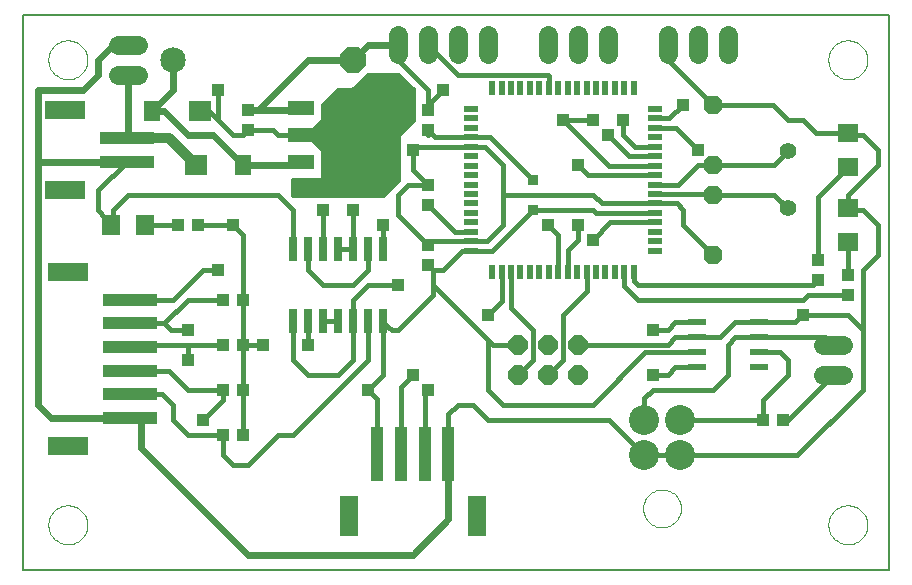
<source format=gtl>
G75*
G70*
%OFA0B0*%
%FSLAX24Y24*%
%IPPOS*%
%LPD*%
%AMOC8*
5,1,8,0,0,1.08239X$1,22.5*
%
%ADD10C,0.0080*%
%ADD11C,0.0560*%
%ADD12OC8,0.0630*%
%ADD13R,0.0394X0.0433*%
%ADD14R,0.0630X0.0710*%
%ADD15C,0.0640*%
%ADD16OC8,0.0640*%
%ADD17R,0.0520X0.0661*%
%ADD18R,0.0728X0.0661*%
%ADD19R,0.0425X0.0413*%
%ADD20C,0.0850*%
%ADD21OC8,0.0850*%
%ADD22R,0.0470X0.0220*%
%ADD23R,0.0220X0.0470*%
%ADD24R,0.0630X0.0236*%
%ADD25C,0.1000*%
%ADD26C,0.0000*%
%ADD27R,0.0260X0.0800*%
%ADD28R,0.0880X0.0480*%
%ADD29R,0.0866X0.1417*%
%ADD30R,0.1811X0.0394*%
%ADD31R,0.1339X0.0630*%
%ADD32R,0.0394X0.1811*%
%ADD33R,0.0630X0.1339*%
%ADD34R,0.0710X0.0630*%
%ADD35R,0.0433X0.0394*%
%ADD36C,0.0160*%
%ADD37R,0.0396X0.0396*%
%ADD38C,0.0240*%
%ADD39C,0.0320*%
%ADD40C,0.0396*%
%ADD41R,0.0360X0.0360*%
D10*
X000302Y000141D02*
X000302Y018637D01*
X029172Y018637D01*
X029172Y000141D01*
X000302Y000141D01*
D11*
X025802Y012191D03*
X025802Y014091D03*
D12*
X023302Y013641D03*
X023302Y012641D03*
X023302Y010641D03*
X023302Y015641D03*
D13*
X007637Y009141D03*
X006968Y009141D03*
X006968Y007641D03*
X007637Y007641D03*
X007637Y006141D03*
X006968Y006141D03*
X006968Y004641D03*
X007637Y004641D03*
X006137Y011641D03*
X005468Y011641D03*
X024968Y005141D03*
X025637Y005141D03*
D14*
X004362Y011641D03*
X003243Y011641D03*
D15*
X003482Y016641D02*
X004122Y016641D01*
X004122Y017641D02*
X003482Y017641D01*
X012802Y017321D02*
X012802Y017961D01*
X013802Y017961D02*
X013802Y017321D01*
X014802Y017321D02*
X014802Y017961D01*
X015802Y017961D02*
X015802Y017321D01*
X017802Y017321D02*
X017802Y017961D01*
X018802Y017961D02*
X018802Y017321D01*
X019802Y017321D02*
X019802Y017961D01*
X021802Y017961D02*
X021802Y017321D01*
X022802Y017321D02*
X022802Y017961D01*
X023802Y017961D02*
X023802Y017321D01*
X026982Y007641D02*
X027622Y007641D01*
X027622Y006641D02*
X026982Y006641D01*
D16*
X018802Y006641D03*
X017802Y006641D03*
X016802Y006641D03*
X016802Y007641D03*
X017802Y007641D03*
X018802Y007641D03*
D17*
X007637Y013641D03*
X004618Y015441D03*
D18*
X006189Y015441D03*
X006066Y013641D03*
D19*
X007802Y014797D03*
X007802Y015486D03*
X013802Y015486D03*
X013802Y014797D03*
X013802Y012986D03*
X013802Y012297D03*
X013802Y010986D03*
X013802Y010297D03*
D20*
X005302Y017141D03*
D21*
X011302Y017141D03*
D22*
X015231Y015503D03*
X015231Y015188D03*
X015231Y014873D03*
X015231Y014558D03*
X015231Y014243D03*
X015231Y013929D03*
X015231Y013614D03*
X015231Y013299D03*
X015231Y012984D03*
X015231Y012669D03*
X015231Y012354D03*
X015231Y012039D03*
X015231Y011724D03*
X015231Y011409D03*
X015231Y011094D03*
X015231Y010779D03*
X021373Y010779D03*
X021373Y011094D03*
X021373Y011409D03*
X021373Y011724D03*
X021373Y012039D03*
X021373Y012354D03*
X021373Y012669D03*
X021373Y012984D03*
X021373Y013299D03*
X021373Y013614D03*
X021373Y013929D03*
X021373Y014243D03*
X021373Y014558D03*
X021373Y014873D03*
X021373Y015188D03*
X021373Y015503D03*
D23*
X020665Y016212D03*
X020350Y016212D03*
X020035Y016212D03*
X019720Y016212D03*
X019405Y016212D03*
X019090Y016212D03*
X018775Y016212D03*
X018460Y016212D03*
X018145Y016212D03*
X017830Y016212D03*
X017515Y016212D03*
X017200Y016212D03*
X016885Y016212D03*
X016570Y016212D03*
X016255Y016212D03*
X015940Y016212D03*
X015940Y010070D03*
X016255Y010070D03*
X016570Y010070D03*
X016885Y010070D03*
X017200Y010070D03*
X017515Y010070D03*
X017830Y010070D03*
X018145Y010070D03*
X018460Y010070D03*
X018775Y010070D03*
X019090Y010070D03*
X019405Y010070D03*
X019720Y010070D03*
X020035Y010070D03*
X020350Y010070D03*
X020665Y010070D03*
D24*
X022779Y008391D03*
X022779Y007891D03*
X022779Y007391D03*
X022779Y006891D03*
X024826Y006891D03*
X024826Y007391D03*
X024826Y007891D03*
X024826Y008391D03*
D25*
X022196Y005141D03*
X021015Y005141D03*
X021015Y003960D03*
X022196Y003960D03*
D26*
X020976Y002188D02*
X020978Y002238D01*
X020984Y002288D01*
X020994Y002337D01*
X021008Y002385D01*
X021025Y002432D01*
X021046Y002477D01*
X021071Y002521D01*
X021099Y002562D01*
X021131Y002601D01*
X021165Y002638D01*
X021202Y002672D01*
X021242Y002702D01*
X021284Y002729D01*
X021328Y002753D01*
X021374Y002774D01*
X021421Y002790D01*
X021469Y002803D01*
X021519Y002812D01*
X021568Y002817D01*
X021619Y002818D01*
X021669Y002815D01*
X021718Y002808D01*
X021767Y002797D01*
X021815Y002782D01*
X021861Y002764D01*
X021906Y002742D01*
X021949Y002716D01*
X021990Y002687D01*
X022029Y002655D01*
X022065Y002620D01*
X022097Y002582D01*
X022127Y002542D01*
X022154Y002499D01*
X022177Y002455D01*
X022196Y002409D01*
X022212Y002361D01*
X022224Y002312D01*
X022232Y002263D01*
X022236Y002213D01*
X022236Y002163D01*
X022232Y002113D01*
X022224Y002064D01*
X022212Y002015D01*
X022196Y001967D01*
X022177Y001921D01*
X022154Y001877D01*
X022127Y001834D01*
X022097Y001794D01*
X022065Y001756D01*
X022029Y001721D01*
X021990Y001689D01*
X021949Y001660D01*
X021906Y001634D01*
X021861Y001612D01*
X021815Y001594D01*
X021767Y001579D01*
X021718Y001568D01*
X021669Y001561D01*
X021619Y001558D01*
X021568Y001559D01*
X021519Y001564D01*
X021469Y001573D01*
X021421Y001586D01*
X021374Y001602D01*
X021328Y001623D01*
X021284Y001647D01*
X021242Y001674D01*
X021202Y001704D01*
X021165Y001738D01*
X021131Y001775D01*
X021099Y001814D01*
X021071Y001855D01*
X021046Y001899D01*
X021025Y001944D01*
X021008Y001991D01*
X020994Y002039D01*
X020984Y002088D01*
X020978Y002138D01*
X020976Y002188D01*
X027152Y001641D02*
X027154Y001691D01*
X027160Y001741D01*
X027170Y001791D01*
X027183Y001839D01*
X027200Y001887D01*
X027221Y001933D01*
X027245Y001977D01*
X027273Y002019D01*
X027304Y002059D01*
X027338Y002096D01*
X027375Y002131D01*
X027414Y002162D01*
X027455Y002191D01*
X027499Y002216D01*
X027545Y002238D01*
X027592Y002256D01*
X027640Y002270D01*
X027689Y002281D01*
X027739Y002288D01*
X027789Y002291D01*
X027840Y002290D01*
X027890Y002285D01*
X027940Y002276D01*
X027988Y002264D01*
X028036Y002247D01*
X028082Y002227D01*
X028127Y002204D01*
X028170Y002177D01*
X028210Y002147D01*
X028248Y002114D01*
X028283Y002078D01*
X028316Y002039D01*
X028345Y001998D01*
X028371Y001955D01*
X028394Y001910D01*
X028413Y001863D01*
X028428Y001815D01*
X028440Y001766D01*
X028448Y001716D01*
X028452Y001666D01*
X028452Y001616D01*
X028448Y001566D01*
X028440Y001516D01*
X028428Y001467D01*
X028413Y001419D01*
X028394Y001372D01*
X028371Y001327D01*
X028345Y001284D01*
X028316Y001243D01*
X028283Y001204D01*
X028248Y001168D01*
X028210Y001135D01*
X028170Y001105D01*
X028127Y001078D01*
X028082Y001055D01*
X028036Y001035D01*
X027988Y001018D01*
X027940Y001006D01*
X027890Y000997D01*
X027840Y000992D01*
X027789Y000991D01*
X027739Y000994D01*
X027689Y001001D01*
X027640Y001012D01*
X027592Y001026D01*
X027545Y001044D01*
X027499Y001066D01*
X027455Y001091D01*
X027414Y001120D01*
X027375Y001151D01*
X027338Y001186D01*
X027304Y001223D01*
X027273Y001263D01*
X027245Y001305D01*
X027221Y001349D01*
X027200Y001395D01*
X027183Y001443D01*
X027170Y001491D01*
X027160Y001541D01*
X027154Y001591D01*
X027152Y001641D01*
X027152Y017141D02*
X027154Y017191D01*
X027160Y017241D01*
X027170Y017291D01*
X027183Y017339D01*
X027200Y017387D01*
X027221Y017433D01*
X027245Y017477D01*
X027273Y017519D01*
X027304Y017559D01*
X027338Y017596D01*
X027375Y017631D01*
X027414Y017662D01*
X027455Y017691D01*
X027499Y017716D01*
X027545Y017738D01*
X027592Y017756D01*
X027640Y017770D01*
X027689Y017781D01*
X027739Y017788D01*
X027789Y017791D01*
X027840Y017790D01*
X027890Y017785D01*
X027940Y017776D01*
X027988Y017764D01*
X028036Y017747D01*
X028082Y017727D01*
X028127Y017704D01*
X028170Y017677D01*
X028210Y017647D01*
X028248Y017614D01*
X028283Y017578D01*
X028316Y017539D01*
X028345Y017498D01*
X028371Y017455D01*
X028394Y017410D01*
X028413Y017363D01*
X028428Y017315D01*
X028440Y017266D01*
X028448Y017216D01*
X028452Y017166D01*
X028452Y017116D01*
X028448Y017066D01*
X028440Y017016D01*
X028428Y016967D01*
X028413Y016919D01*
X028394Y016872D01*
X028371Y016827D01*
X028345Y016784D01*
X028316Y016743D01*
X028283Y016704D01*
X028248Y016668D01*
X028210Y016635D01*
X028170Y016605D01*
X028127Y016578D01*
X028082Y016555D01*
X028036Y016535D01*
X027988Y016518D01*
X027940Y016506D01*
X027890Y016497D01*
X027840Y016492D01*
X027789Y016491D01*
X027739Y016494D01*
X027689Y016501D01*
X027640Y016512D01*
X027592Y016526D01*
X027545Y016544D01*
X027499Y016566D01*
X027455Y016591D01*
X027414Y016620D01*
X027375Y016651D01*
X027338Y016686D01*
X027304Y016723D01*
X027273Y016763D01*
X027245Y016805D01*
X027221Y016849D01*
X027200Y016895D01*
X027183Y016943D01*
X027170Y016991D01*
X027160Y017041D01*
X027154Y017091D01*
X027152Y017141D01*
X001152Y017141D02*
X001154Y017191D01*
X001160Y017241D01*
X001170Y017291D01*
X001183Y017339D01*
X001200Y017387D01*
X001221Y017433D01*
X001245Y017477D01*
X001273Y017519D01*
X001304Y017559D01*
X001338Y017596D01*
X001375Y017631D01*
X001414Y017662D01*
X001455Y017691D01*
X001499Y017716D01*
X001545Y017738D01*
X001592Y017756D01*
X001640Y017770D01*
X001689Y017781D01*
X001739Y017788D01*
X001789Y017791D01*
X001840Y017790D01*
X001890Y017785D01*
X001940Y017776D01*
X001988Y017764D01*
X002036Y017747D01*
X002082Y017727D01*
X002127Y017704D01*
X002170Y017677D01*
X002210Y017647D01*
X002248Y017614D01*
X002283Y017578D01*
X002316Y017539D01*
X002345Y017498D01*
X002371Y017455D01*
X002394Y017410D01*
X002413Y017363D01*
X002428Y017315D01*
X002440Y017266D01*
X002448Y017216D01*
X002452Y017166D01*
X002452Y017116D01*
X002448Y017066D01*
X002440Y017016D01*
X002428Y016967D01*
X002413Y016919D01*
X002394Y016872D01*
X002371Y016827D01*
X002345Y016784D01*
X002316Y016743D01*
X002283Y016704D01*
X002248Y016668D01*
X002210Y016635D01*
X002170Y016605D01*
X002127Y016578D01*
X002082Y016555D01*
X002036Y016535D01*
X001988Y016518D01*
X001940Y016506D01*
X001890Y016497D01*
X001840Y016492D01*
X001789Y016491D01*
X001739Y016494D01*
X001689Y016501D01*
X001640Y016512D01*
X001592Y016526D01*
X001545Y016544D01*
X001499Y016566D01*
X001455Y016591D01*
X001414Y016620D01*
X001375Y016651D01*
X001338Y016686D01*
X001304Y016723D01*
X001273Y016763D01*
X001245Y016805D01*
X001221Y016849D01*
X001200Y016895D01*
X001183Y016943D01*
X001170Y016991D01*
X001160Y017041D01*
X001154Y017091D01*
X001152Y017141D01*
X001152Y001641D02*
X001154Y001691D01*
X001160Y001741D01*
X001170Y001791D01*
X001183Y001839D01*
X001200Y001887D01*
X001221Y001933D01*
X001245Y001977D01*
X001273Y002019D01*
X001304Y002059D01*
X001338Y002096D01*
X001375Y002131D01*
X001414Y002162D01*
X001455Y002191D01*
X001499Y002216D01*
X001545Y002238D01*
X001592Y002256D01*
X001640Y002270D01*
X001689Y002281D01*
X001739Y002288D01*
X001789Y002291D01*
X001840Y002290D01*
X001890Y002285D01*
X001940Y002276D01*
X001988Y002264D01*
X002036Y002247D01*
X002082Y002227D01*
X002127Y002204D01*
X002170Y002177D01*
X002210Y002147D01*
X002248Y002114D01*
X002283Y002078D01*
X002316Y002039D01*
X002345Y001998D01*
X002371Y001955D01*
X002394Y001910D01*
X002413Y001863D01*
X002428Y001815D01*
X002440Y001766D01*
X002448Y001716D01*
X002452Y001666D01*
X002452Y001616D01*
X002448Y001566D01*
X002440Y001516D01*
X002428Y001467D01*
X002413Y001419D01*
X002394Y001372D01*
X002371Y001327D01*
X002345Y001284D01*
X002316Y001243D01*
X002283Y001204D01*
X002248Y001168D01*
X002210Y001135D01*
X002170Y001105D01*
X002127Y001078D01*
X002082Y001055D01*
X002036Y001035D01*
X001988Y001018D01*
X001940Y001006D01*
X001890Y000997D01*
X001840Y000992D01*
X001789Y000991D01*
X001739Y000994D01*
X001689Y001001D01*
X001640Y001012D01*
X001592Y001026D01*
X001545Y001044D01*
X001499Y001066D01*
X001455Y001091D01*
X001414Y001120D01*
X001375Y001151D01*
X001338Y001186D01*
X001304Y001223D01*
X001273Y001263D01*
X001245Y001305D01*
X001221Y001349D01*
X001200Y001395D01*
X001183Y001443D01*
X001170Y001491D01*
X001160Y001541D01*
X001154Y001591D01*
X001152Y001641D01*
D27*
X009302Y008431D03*
X009802Y008431D03*
X010302Y008431D03*
X010802Y008431D03*
X011302Y008431D03*
X011802Y008431D03*
X012302Y008431D03*
X012302Y010851D03*
X011802Y010851D03*
X011302Y010851D03*
X010802Y010851D03*
X010302Y010851D03*
X009802Y010851D03*
X009302Y010851D03*
D28*
X009582Y013731D03*
X009582Y014641D03*
X009582Y015551D03*
D29*
X012022Y014641D03*
D30*
X003759Y014535D03*
X003759Y013747D03*
X003865Y009141D03*
X003865Y008354D03*
X003865Y007566D03*
X003865Y006779D03*
X003865Y005991D03*
X003865Y005204D03*
D31*
X001818Y004259D03*
X001818Y010086D03*
X001712Y012803D03*
X001712Y015480D03*
D32*
X012121Y003991D03*
X012909Y003991D03*
X013696Y003991D03*
X014483Y003991D03*
D33*
X015428Y001944D03*
X011176Y001944D03*
D34*
X027802Y011081D03*
X027802Y012201D03*
X027802Y013581D03*
X027802Y014701D03*
D35*
X026802Y010476D03*
X026802Y009806D03*
X027802Y009976D03*
X027802Y009306D03*
D36*
X026468Y009306D01*
X026302Y009141D01*
X020802Y009141D01*
X020350Y009594D01*
X020350Y010070D01*
X020665Y010070D02*
X020665Y009779D01*
X020802Y009641D01*
X026637Y009641D01*
X026802Y009806D01*
X026802Y010476D02*
X026802Y012581D01*
X027802Y013581D01*
X027802Y012641D02*
X028802Y013641D01*
X028802Y014141D01*
X028302Y014641D01*
X027862Y014641D01*
X027802Y014701D01*
X026743Y014701D01*
X026302Y015141D01*
X025802Y015141D01*
X025302Y015641D01*
X023302Y015641D01*
X021802Y017141D01*
X021802Y017641D01*
X022302Y015641D02*
X021850Y015188D01*
X021373Y015188D01*
X021373Y014873D02*
X022070Y014873D01*
X022802Y014141D01*
X022802Y013641D02*
X023302Y013641D01*
X025352Y013641D01*
X025802Y014091D01*
X025352Y012641D02*
X025802Y012191D01*
X025352Y012641D02*
X023302Y012641D01*
X023275Y012669D01*
X021373Y012669D01*
X021373Y012984D02*
X022145Y012984D01*
X022802Y013641D01*
X021373Y013614D02*
X019830Y013614D01*
X018302Y015141D01*
X019302Y015141D01*
X019802Y014641D02*
X020515Y013929D01*
X021373Y013929D01*
X021373Y014243D02*
X020700Y014243D01*
X020302Y014641D01*
X020302Y015141D01*
X018802Y013641D02*
X019145Y013299D01*
X021373Y013299D01*
X021373Y012354D02*
X019590Y012354D01*
X019302Y012641D01*
X016302Y012641D01*
X016302Y013641D01*
X015700Y014243D01*
X015231Y014243D01*
X013405Y014243D01*
X013302Y014141D01*
X013302Y013486D01*
X013802Y012986D01*
X013147Y012986D01*
X012802Y012641D01*
X012802Y011986D01*
X013802Y010986D01*
X013911Y011094D01*
X015231Y011094D01*
X015755Y011094D01*
X016302Y011641D01*
X016302Y012641D01*
X017302Y012141D02*
X015940Y010779D01*
X015231Y010779D01*
X014940Y010779D01*
X014302Y010141D01*
X013958Y010141D01*
X013958Y009641D01*
X015802Y007797D01*
X015802Y006141D01*
X016302Y005641D01*
X019302Y005641D01*
X021052Y007391D01*
X022779Y007391D01*
X022779Y006891D02*
X022052Y006891D01*
X021802Y006641D01*
X021302Y006641D01*
X021302Y006141D02*
X023302Y006141D01*
X023802Y006641D01*
X023802Y007641D01*
X024052Y007891D01*
X024826Y007891D01*
X027052Y007891D01*
X027302Y007641D01*
X028302Y008141D02*
X027802Y008641D01*
X026302Y008641D01*
X026052Y008391D01*
X024826Y008391D01*
X024052Y008391D01*
X023552Y007891D01*
X022779Y007891D01*
X022052Y007891D01*
X021802Y007641D01*
X018802Y007641D01*
X018302Y007141D02*
X018302Y008641D01*
X019090Y009429D01*
X019090Y010070D01*
X018460Y010070D02*
X018460Y010799D01*
X018802Y011141D01*
X018802Y011641D01*
X019302Y011141D02*
X019885Y011724D01*
X021373Y011724D01*
X021373Y012039D02*
X019405Y012039D01*
X019302Y012141D01*
X017302Y012141D01*
X017802Y011641D02*
X018145Y011299D01*
X018145Y010070D01*
X016570Y010070D02*
X016570Y008873D01*
X017302Y008141D01*
X017302Y007141D01*
X016802Y006641D01*
X017802Y006641D02*
X018302Y007141D01*
X016802Y007641D02*
X015958Y007641D01*
X015802Y007797D01*
X015802Y008641D02*
X016255Y009094D01*
X016255Y010070D01*
X015231Y011409D02*
X014690Y011409D01*
X013802Y012297D01*
X012802Y013141D02*
X012302Y012641D01*
X009302Y012641D01*
X009302Y013141D01*
X010302Y013141D01*
X010302Y014141D01*
X009802Y014641D01*
X010302Y015141D01*
X010302Y015641D01*
X010802Y016141D01*
X011302Y016141D01*
X011802Y016641D01*
X012802Y016641D01*
X013302Y016141D01*
X013302Y015141D01*
X012802Y014641D01*
X012802Y013141D01*
X012802Y013142D02*
X010302Y013142D01*
X010302Y013300D02*
X012802Y013300D01*
X012802Y013459D02*
X010302Y013459D01*
X010302Y013617D02*
X012802Y013617D01*
X012802Y013776D02*
X010302Y013776D01*
X010302Y013934D02*
X012802Y013934D01*
X012802Y014093D02*
X010302Y014093D01*
X010192Y014251D02*
X012802Y014251D01*
X012802Y014410D02*
X010033Y014410D01*
X009875Y014569D02*
X012802Y014569D01*
X012888Y014727D02*
X009888Y014727D01*
X010047Y014886D02*
X013047Y014886D01*
X013205Y015044D02*
X010205Y015044D01*
X010302Y015203D02*
X013302Y015203D01*
X013302Y015361D02*
X010302Y015361D01*
X010302Y015520D02*
X013302Y015520D01*
X013302Y015678D02*
X010340Y015678D01*
X010498Y015837D02*
X013302Y015837D01*
X013302Y015995D02*
X010657Y015995D01*
X011315Y016154D02*
X013289Y016154D01*
X013131Y016313D02*
X011474Y016313D01*
X011632Y016471D02*
X012972Y016471D01*
X012814Y016630D02*
X011791Y016630D01*
X012802Y017141D02*
X013802Y016141D01*
X013802Y015486D01*
X013802Y015641D01*
X014302Y016141D01*
X014802Y016641D02*
X013802Y017641D01*
X012802Y017641D02*
X012802Y017141D01*
X014802Y016641D02*
X017802Y016641D01*
X017830Y016614D01*
X017830Y016212D01*
X015885Y014558D02*
X017302Y013141D01*
X015885Y014558D02*
X015231Y014558D01*
X014041Y014558D01*
X013802Y014797D01*
X013802Y014641D01*
X012644Y012983D02*
X009302Y012983D01*
X009302Y012825D02*
X012486Y012825D01*
X012327Y012666D02*
X009302Y012666D01*
X008802Y012641D02*
X003802Y012641D01*
X003302Y012141D01*
X003302Y011701D01*
X003243Y011641D01*
X002802Y012141D01*
X002802Y012791D01*
X003759Y013747D01*
X003302Y012081D02*
X003243Y011641D01*
X004362Y011641D02*
X005468Y011641D01*
X006137Y011641D02*
X007302Y011641D01*
X007637Y011306D01*
X007637Y009141D01*
X007637Y007641D01*
X008302Y007641D01*
X007637Y007641D02*
X007637Y006141D01*
X007637Y004641D01*
X006968Y004641D02*
X006968Y003976D01*
X007302Y003641D01*
X007802Y003641D01*
X008802Y004641D01*
X009302Y004641D01*
X011802Y007141D01*
X011802Y008431D01*
X012302Y008431D02*
X012447Y008286D01*
X012302Y008141D01*
X012302Y006641D01*
X011802Y006141D01*
X012121Y005822D01*
X012121Y003991D01*
X012909Y003991D02*
X012909Y006247D01*
X013302Y006641D01*
X013802Y006141D02*
X013696Y006035D01*
X013696Y003991D01*
X014483Y003991D02*
X014483Y005322D01*
X014802Y005641D01*
X015302Y005641D01*
X015802Y005141D01*
X019834Y005141D01*
X021015Y003960D01*
X022196Y003960D01*
X026121Y003960D01*
X028302Y006141D01*
X028302Y008141D01*
X028302Y010141D01*
X028802Y010641D01*
X028802Y011641D01*
X028302Y012141D01*
X027862Y012141D01*
X027802Y012201D01*
X027802Y012641D01*
X027802Y011081D02*
X027802Y009976D01*
X025552Y007391D02*
X024826Y007391D01*
X025552Y007391D02*
X025802Y007141D01*
X025802Y006641D01*
X024968Y005806D01*
X024968Y005141D01*
X022196Y005141D01*
X021015Y005141D02*
X021015Y005854D01*
X021302Y006141D01*
X021302Y008141D02*
X021802Y008141D01*
X022052Y008391D01*
X022779Y008391D01*
X023302Y010641D02*
X022302Y011641D01*
X022302Y012141D01*
X022090Y012354D01*
X021373Y012354D01*
X013958Y010141D02*
X013802Y010297D01*
X013958Y009641D02*
X013958Y009297D01*
X012802Y008141D01*
X012592Y008141D01*
X012447Y008286D01*
X011302Y008431D02*
X011302Y009141D01*
X011802Y009641D01*
X012802Y009641D01*
X011802Y010141D02*
X011802Y010851D01*
X012302Y010851D02*
X012302Y011641D01*
X011302Y012141D02*
X011302Y010851D01*
X010802Y010851D01*
X010302Y010851D02*
X010302Y012141D01*
X009302Y012141D02*
X008802Y012641D01*
X009302Y012141D02*
X009302Y010851D01*
X009802Y010851D02*
X009802Y010141D01*
X010302Y009641D01*
X011302Y009641D01*
X011802Y010141D01*
X011302Y008431D02*
X011302Y007141D01*
X010802Y006641D01*
X009802Y006641D01*
X009302Y007141D01*
X009302Y008431D01*
X009802Y008431D02*
X009802Y007641D01*
X010302Y008431D02*
X010802Y008431D01*
X006968Y009141D02*
X005802Y009141D01*
X005015Y008354D01*
X005228Y008141D01*
X005802Y008141D01*
X005015Y008354D02*
X003865Y008354D01*
X003940Y007641D02*
X003865Y007566D01*
X003940Y007641D02*
X005802Y007641D01*
X006968Y007641D01*
X005802Y007641D02*
X005802Y007141D01*
X005165Y006779D02*
X005802Y006141D01*
X006968Y006141D01*
X006968Y005806D01*
X006302Y005141D01*
X005802Y004641D02*
X006968Y004641D01*
X005802Y004641D02*
X005302Y005141D01*
X005302Y005641D01*
X004952Y005991D01*
X003865Y005991D01*
X003865Y006779D02*
X005165Y006779D01*
X005302Y009141D02*
X003865Y009141D01*
X005302Y009141D02*
X006302Y010141D01*
X006802Y010141D01*
X009302Y013641D02*
X009393Y013731D01*
X009582Y013731D01*
X009582Y014641D02*
X008802Y014641D01*
X008647Y014797D01*
X007802Y014797D01*
X007647Y014641D01*
X007302Y014641D01*
X006802Y015141D01*
X006502Y015441D01*
X006189Y015441D01*
X006802Y015141D02*
X006802Y016141D01*
X025637Y005141D02*
X025802Y005141D01*
X027302Y006641D01*
D37*
X026302Y008641D03*
X021302Y008141D03*
X021302Y006641D03*
X015802Y008641D03*
X012802Y009641D03*
X012302Y011641D03*
X011302Y012141D03*
X010302Y012141D03*
X013302Y014141D03*
X014302Y016141D03*
X018302Y015141D03*
X019302Y015141D03*
X019802Y014641D03*
X020302Y015141D03*
X022302Y015641D03*
X022802Y014141D03*
X018802Y013641D03*
X018802Y011641D03*
X019302Y011141D03*
X017802Y011641D03*
X013302Y006641D03*
X013802Y006141D03*
X011802Y006141D03*
X009802Y007641D03*
X008302Y007641D03*
X005802Y007141D03*
X005802Y008141D03*
X006802Y010141D03*
X007302Y011641D03*
X006802Y016141D03*
X006302Y005141D03*
D38*
X004239Y005204D02*
X004239Y004204D01*
X007802Y000641D01*
X013302Y000641D01*
X014483Y001822D01*
X014483Y003991D01*
X004239Y005204D02*
X003865Y005204D01*
X003802Y005141D01*
X003302Y005141D01*
X003239Y005204D01*
X001239Y005204D01*
X000802Y005641D01*
X000802Y013641D01*
X000802Y016141D01*
X002302Y016141D01*
X002802Y016641D01*
X002802Y017141D01*
X003302Y017641D01*
X003802Y017641D01*
X003802Y016641D02*
X003802Y014578D01*
X003759Y014535D01*
X003759Y013747D02*
X000909Y013747D01*
X000802Y013641D01*
X004618Y015441D02*
X005002Y015441D01*
X005802Y014641D01*
X006637Y014641D01*
X007637Y013641D01*
X009492Y013641D01*
X009582Y013731D01*
X009517Y015486D02*
X007802Y015486D01*
X008147Y015486D01*
X009802Y017141D01*
X011302Y017141D01*
X011802Y017641D01*
X012802Y017641D01*
X009582Y015551D02*
X009517Y015486D01*
X005302Y016126D02*
X004618Y015441D01*
X005302Y016126D02*
X005302Y017141D01*
D39*
X005172Y014535D02*
X003759Y014535D01*
X005172Y014535D02*
X006066Y013641D01*
D40*
X010802Y013641D03*
X010802Y014141D03*
X011302Y013641D03*
X011802Y013641D03*
X010802Y014641D03*
X010802Y015141D03*
X010802Y015641D03*
X011302Y015641D03*
X011802Y016141D03*
X012302Y015641D03*
X012802Y015641D03*
X012802Y016141D03*
D41*
X017302Y013141D03*
X017302Y012141D03*
M02*

</source>
